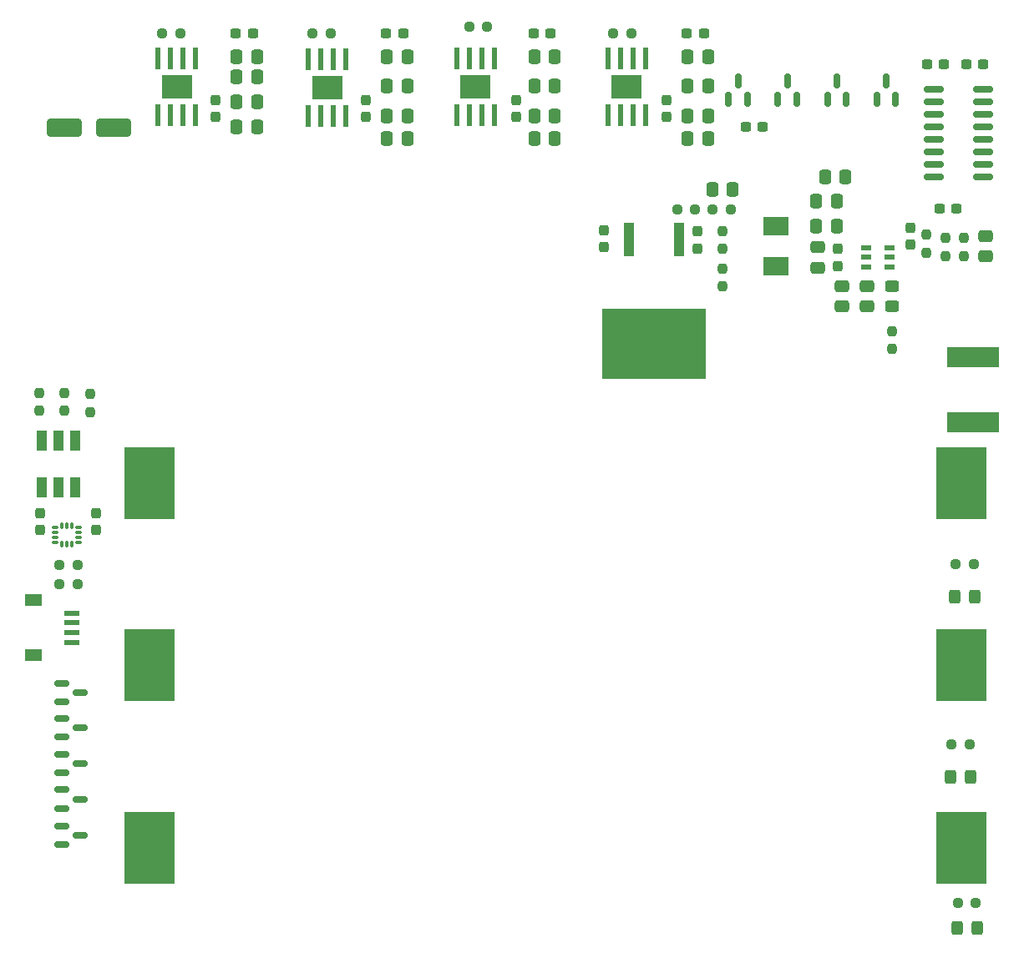
<source format=gbr>
%TF.GenerationSoftware,KiCad,Pcbnew,7.0.2-0*%
%TF.CreationDate,2024-06-06T04:37:27-07:00*%
%TF.ProjectId,version_1,76657273-696f-46e5-9f31-2e6b69636164,rev?*%
%TF.SameCoordinates,Original*%
%TF.FileFunction,Paste,Top*%
%TF.FilePolarity,Positive*%
%FSLAX46Y46*%
G04 Gerber Fmt 4.6, Leading zero omitted, Abs format (unit mm)*
G04 Created by KiCad (PCBNEW 7.0.2-0) date 2024-06-06 04:37:27*
%MOMM*%
%LPD*%
G01*
G04 APERTURE LIST*
G04 Aperture macros list*
%AMRoundRect*
0 Rectangle with rounded corners*
0 $1 Rounding radius*
0 $2 $3 $4 $5 $6 $7 $8 $9 X,Y pos of 4 corners*
0 Add a 4 corners polygon primitive as box body*
4,1,4,$2,$3,$4,$5,$6,$7,$8,$9,$2,$3,0*
0 Add four circle primitives for the rounded corners*
1,1,$1+$1,$2,$3*
1,1,$1+$1,$4,$5*
1,1,$1+$1,$6,$7*
1,1,$1+$1,$8,$9*
0 Add four rect primitives between the rounded corners*
20,1,$1+$1,$2,$3,$4,$5,0*
20,1,$1+$1,$4,$5,$6,$7,0*
20,1,$1+$1,$6,$7,$8,$9,0*
20,1,$1+$1,$8,$9,$2,$3,0*%
G04 Aperture macros list end*
%ADD10RoundRect,0.237500X-0.250000X-0.237500X0.250000X-0.237500X0.250000X0.237500X-0.250000X0.237500X0*%
%ADD11RoundRect,0.250000X-0.337500X-0.475000X0.337500X-0.475000X0.337500X0.475000X-0.337500X0.475000X0*%
%ADD12RoundRect,0.237500X0.237500X-0.250000X0.237500X0.250000X-0.237500X0.250000X-0.237500X-0.250000X0*%
%ADD13RoundRect,0.237500X0.300000X0.237500X-0.300000X0.237500X-0.300000X-0.237500X0.300000X-0.237500X0*%
%ADD14RoundRect,0.237500X0.250000X0.237500X-0.250000X0.237500X-0.250000X-0.237500X0.250000X-0.237500X0*%
%ADD15RoundRect,0.150000X-0.850000X-0.150000X0.850000X-0.150000X0.850000X0.150000X-0.850000X0.150000X0*%
%ADD16RoundRect,0.250000X-0.475000X0.337500X-0.475000X-0.337500X0.475000X-0.337500X0.475000X0.337500X0*%
%ADD17RoundRect,0.237500X-0.237500X0.300000X-0.237500X-0.300000X0.237500X-0.300000X0.237500X0.300000X0*%
%ADD18R,3.100000X2.400000*%
%ADD19R,0.500000X2.200000*%
%ADD20R,1.550013X0.600000*%
%ADD21R,1.800000X1.200000*%
%ADD22R,2.500000X1.900000*%
%ADD23RoundRect,0.237500X-0.237500X0.250000X-0.237500X-0.250000X0.237500X-0.250000X0.237500X0.250000X0*%
%ADD24RoundRect,0.237500X-0.300000X-0.237500X0.300000X-0.237500X0.300000X0.237500X-0.300000X0.237500X0*%
%ADD25RoundRect,0.237500X0.237500X-0.300000X0.237500X0.300000X-0.237500X0.300000X-0.237500X-0.300000X0*%
%ADD26RoundRect,0.150000X-0.587500X-0.150000X0.587500X-0.150000X0.587500X0.150000X-0.587500X0.150000X0*%
%ADD27R,1.072009X0.532004*%
%ADD28RoundRect,0.250000X0.325000X0.450000X-0.325000X0.450000X-0.325000X-0.450000X0.325000X-0.450000X0*%
%ADD29RoundRect,0.150000X0.150000X-0.587500X0.150000X0.587500X-0.150000X0.587500X-0.150000X-0.587500X0*%
%ADD30RoundRect,0.250000X-1.500000X-0.650000X1.500000X-0.650000X1.500000X0.650000X-1.500000X0.650000X0*%
%ADD31R,5.200000X7.400000*%
%ADD32RoundRect,0.087500X0.225000X0.087500X-0.225000X0.087500X-0.225000X-0.087500X0.225000X-0.087500X0*%
%ADD33RoundRect,0.087500X0.087500X0.225000X-0.087500X0.225000X-0.087500X-0.225000X0.087500X-0.225000X0*%
%ADD34R,5.300000X2.000000*%
%ADD35RoundRect,0.250000X0.475000X-0.337500X0.475000X0.337500X-0.475000X0.337500X-0.475000X-0.337500X0*%
%ADD36RoundRect,0.250000X0.450000X-0.325000X0.450000X0.325000X-0.450000X0.325000X-0.450000X-0.325000X0*%
%ADD37R,1.134011X3.358547*%
%ADD38R,10.566421X7.180544*%
%ADD39R,1.100000X2.000000*%
G04 APERTURE END LIST*
D10*
%TO.C,R9*%
X49887500Y-27305000D03*
X51712500Y-27305000D03*
%TD*%
D11*
%TO.C,C37*%
X72354000Y-37973000D03*
X74429000Y-37973000D03*
%TD*%
D12*
%TO.C,R5*%
X91440000Y-52982500D03*
X91440000Y-51157500D03*
%TD*%
D13*
%TO.C,C60*%
X95477500Y-36830000D03*
X93752500Y-36830000D03*
%TD*%
D14*
%TO.C,R27*%
X116889974Y-81195026D03*
X115064974Y-81195026D03*
%TD*%
D15*
%TO.C,U10*%
X112865000Y-32967973D03*
X112865000Y-34237973D03*
X112865000Y-35507973D03*
X112865000Y-36777973D03*
X112865000Y-38047973D03*
X112865000Y-39317973D03*
X112865000Y-40587973D03*
X112865000Y-41857973D03*
X117865000Y-41857973D03*
X117865000Y-40587973D03*
X117865000Y-39317973D03*
X117865000Y-38047973D03*
X117865000Y-36777973D03*
X117865000Y-35507973D03*
X117865000Y-34237973D03*
X117865000Y-32967973D03*
%TD*%
D16*
%TO.C,C30*%
X103505000Y-52937500D03*
X103505000Y-55012500D03*
%TD*%
D17*
%TO.C,C26*%
X70485000Y-34062500D03*
X70485000Y-35787500D03*
%TD*%
D14*
%TO.C,R25*%
X92227500Y-45155000D03*
X90402500Y-45155000D03*
%TD*%
D17*
%TO.C,C6*%
X88900000Y-47397500D03*
X88900000Y-49122500D03*
%TD*%
%TO.C,C7*%
X110473500Y-47042500D03*
X110473500Y-48767500D03*
%TD*%
D11*
%TO.C,C42*%
X72354000Y-35687000D03*
X74429000Y-35687000D03*
%TD*%
D10*
%TO.C,R29*%
X24217500Y-81229763D03*
X26042500Y-81229763D03*
%TD*%
D18*
%TO.C,U17*%
X36101000Y-32728973D03*
D19*
X34196000Y-35603973D03*
X35466000Y-35603973D03*
X36736000Y-35603973D03*
X38006000Y-35603973D03*
X38006000Y-29853973D03*
X36736000Y-29853973D03*
X35466000Y-29853973D03*
X34196000Y-29853973D03*
%TD*%
D14*
%TO.C,R17*%
X116482500Y-99433026D03*
X114657500Y-99433026D03*
%TD*%
D17*
%TO.C,C5*%
X79375000Y-47302500D03*
X79375000Y-49027500D03*
%TD*%
D20*
%TO.C,U18*%
X25433024Y-86130127D03*
X25433024Y-87130127D03*
X25432516Y-88130381D03*
X25432516Y-89130381D03*
D21*
X21556976Y-90430102D03*
X21557484Y-84829898D03*
%TD*%
D22*
%TO.C,U5*%
X96882500Y-50968538D03*
X96882500Y-46868462D03*
%TD*%
D17*
%TO.C,C50*%
X27940000Y-75972500D03*
X27940000Y-77697500D03*
%TD*%
D10*
%TO.C,R8*%
X65762500Y-26670000D03*
X67587500Y-26670000D03*
%TD*%
D23*
%TO.C,R6*%
X91440000Y-47347500D03*
X91440000Y-49172500D03*
%TD*%
D18*
%TO.C,U16*%
X51349000Y-32852973D03*
D19*
X49444000Y-35727973D03*
X50714000Y-35727973D03*
X51984000Y-35727973D03*
X53254000Y-35727973D03*
X53254000Y-29977973D03*
X51984000Y-29977973D03*
X50714000Y-29977973D03*
X49444000Y-29977973D03*
%TD*%
D11*
%TO.C,C11*%
X87889000Y-29667000D03*
X89964000Y-29667000D03*
%TD*%
D13*
%TO.C,C29*%
X113892500Y-30480000D03*
X112167500Y-30480000D03*
%TD*%
D17*
%TO.C,C28*%
X40005000Y-34062500D03*
X40005000Y-35787500D03*
%TD*%
D11*
%TO.C,C36*%
X87889000Y-37973000D03*
X89964000Y-37973000D03*
%TD*%
D18*
%TO.C,U13*%
X81709000Y-32728973D03*
D19*
X79804000Y-35603973D03*
X81074000Y-35603973D03*
X82344000Y-35603973D03*
X83614000Y-35603973D03*
X83614000Y-29853973D03*
X82344000Y-29853973D03*
X81074000Y-29853973D03*
X79804000Y-29853973D03*
%TD*%
D24*
%TO.C,C4*%
X42090000Y-27305000D03*
X43815000Y-27305000D03*
%TD*%
D12*
%TO.C,R23*%
X27305000Y-65747500D03*
X27305000Y-63922500D03*
%TD*%
D25*
%TO.C,C14*%
X103087500Y-50900000D03*
X103087500Y-49175000D03*
%TD*%
D26*
%TO.C,Q25*%
X24462500Y-96825000D03*
X24462500Y-98725000D03*
X26337500Y-97775000D03*
%TD*%
D27*
%TO.C,U4*%
X106022402Y-49087538D03*
X106022402Y-50037500D03*
X106022402Y-50987462D03*
X108320598Y-50987462D03*
X108320598Y-50037500D03*
X108320598Y-49087538D03*
%TD*%
D24*
%TO.C,C3*%
X57330000Y-27305000D03*
X59055000Y-27305000D03*
%TD*%
D28*
%TO.C,D1*%
X117230000Y-118110000D03*
X115180000Y-118110000D03*
%TD*%
D10*
%TO.C,R7*%
X80367500Y-27305000D03*
X82192500Y-27305000D03*
%TD*%
D16*
%TO.C,C59*%
X118110000Y-47857500D03*
X118110000Y-49932500D03*
%TD*%
D29*
%TO.C,Q17*%
X92050000Y-33980473D03*
X93950000Y-33980473D03*
X93000000Y-32105473D03*
%TD*%
D11*
%TO.C,C39*%
X42169000Y-36830000D03*
X44244000Y-36830000D03*
%TD*%
D17*
%TO.C,C25*%
X85725000Y-34062500D03*
X85725000Y-35787500D03*
%TD*%
D28*
%TO.C,D7*%
X117002474Y-84497026D03*
X114952474Y-84497026D03*
%TD*%
%TO.C,D3*%
X116595000Y-102735026D03*
X114545000Y-102735026D03*
%TD*%
D24*
%TO.C,C2*%
X72275000Y-27305000D03*
X74000000Y-27305000D03*
%TD*%
D11*
%TO.C,C54*%
X42169000Y-34290000D03*
X44244000Y-34290000D03*
%TD*%
D18*
%TO.C,U15*%
X66389000Y-32744973D03*
D19*
X64484000Y-35619973D03*
X65754000Y-35619973D03*
X67024000Y-35619973D03*
X68294000Y-35619973D03*
X68294000Y-29869973D03*
X67024000Y-29869973D03*
X65754000Y-29869973D03*
X64484000Y-29869973D03*
%TD*%
D16*
%TO.C,C13*%
X106045000Y-52937500D03*
X106045000Y-55012500D03*
%TD*%
D11*
%TO.C,C47*%
X57409000Y-35687000D03*
X59484000Y-35687000D03*
%TD*%
D14*
%TO.C,R20*%
X117117500Y-115570000D03*
X115292500Y-115570000D03*
%TD*%
D10*
%TO.C,R10*%
X34647500Y-27305000D03*
X36472500Y-27305000D03*
%TD*%
D11*
%TO.C,C38*%
X57409000Y-37973000D03*
X59484000Y-37973000D03*
%TD*%
%TO.C,C45*%
X57409000Y-29667000D03*
X59484000Y-29667000D03*
%TD*%
%TO.C,C46*%
X57409000Y-32676999D03*
X59484000Y-32676999D03*
%TD*%
D12*
%TO.C,R4*%
X112122500Y-49576500D03*
X112122500Y-47751500D03*
%TD*%
D10*
%TO.C,R26*%
X86827500Y-45155000D03*
X88652500Y-45155000D03*
%TD*%
%TO.C,R30*%
X24217500Y-83229763D03*
X26042500Y-83229763D03*
%TD*%
D12*
%TO.C,R21*%
X22145000Y-65610000D03*
X22145000Y-63785000D03*
%TD*%
D11*
%TO.C,C58*%
X100925000Y-46863500D03*
X103000000Y-46863500D03*
%TD*%
D24*
%TO.C,C1*%
X87810000Y-27305000D03*
X89535000Y-27305000D03*
%TD*%
D26*
%TO.C,Q24*%
X24462500Y-93275000D03*
X24462500Y-95175000D03*
X26337500Y-94225000D03*
%TD*%
D11*
%TO.C,C15*%
X90402500Y-43180000D03*
X92477500Y-43180000D03*
%TD*%
D30*
%TO.C,D5*%
X24700000Y-36860000D03*
X29700000Y-36860000D03*
%TD*%
D31*
%TO.C,U6*%
X33350000Y-72940000D03*
X115649974Y-72940000D03*
X33350000Y-91440127D03*
X115649974Y-91440127D03*
X33350000Y-109940000D03*
X115649974Y-109940000D03*
%TD*%
D32*
%TO.C,U12*%
X26117500Y-78942263D03*
X26117500Y-78442263D03*
X26117500Y-77942263D03*
X26117500Y-77442263D03*
D33*
X25455000Y-77279763D03*
X24955000Y-77279763D03*
X24455000Y-77279763D03*
D32*
X23792500Y-77442263D03*
X23792500Y-77942263D03*
X23792500Y-78442263D03*
X23792500Y-78942263D03*
D33*
X24455000Y-79104763D03*
X24955000Y-79104763D03*
X25455000Y-79104763D03*
%TD*%
D13*
%TO.C,C61*%
X115162500Y-45085000D03*
X113437500Y-45085000D03*
%TD*%
D11*
%TO.C,C8*%
X101832500Y-41910000D03*
X103907500Y-41910000D03*
%TD*%
D17*
%TO.C,C27*%
X55245000Y-34062500D03*
X55245000Y-35787500D03*
%TD*%
D26*
%TO.C,Q22*%
X24462500Y-100450000D03*
X24462500Y-102350000D03*
X26337500Y-101400000D03*
%TD*%
D11*
%TO.C,C52*%
X42169000Y-29667000D03*
X44244000Y-29667000D03*
%TD*%
D25*
%TO.C,C16*%
X22225000Y-77697500D03*
X22225000Y-75972500D03*
%TD*%
D34*
%TO.C,F2*%
X116840000Y-66800000D03*
X116840000Y-60200051D03*
%TD*%
D23*
%TO.C,R3*%
X115932500Y-48087500D03*
X115932500Y-49912500D03*
%TD*%
D35*
%TO.C,C31*%
X101087500Y-51075000D03*
X101087500Y-49000000D03*
%TD*%
D11*
%TO.C,C57*%
X100925000Y-44323500D03*
X103000000Y-44323500D03*
%TD*%
D29*
%TO.C,Q18*%
X97050000Y-33980473D03*
X98950000Y-33980473D03*
X98000000Y-32105473D03*
%TD*%
D26*
%TO.C,Q23*%
X24462500Y-107750000D03*
X24462500Y-109650000D03*
X26337500Y-108700000D03*
%TD*%
D11*
%TO.C,C53*%
X42169000Y-31750000D03*
X44244000Y-31750000D03*
%TD*%
D36*
%TO.C,D4*%
X108585000Y-55000000D03*
X108585000Y-52950000D03*
%TD*%
D11*
%TO.C,C32*%
X87889000Y-32676999D03*
X89964000Y-32676999D03*
%TD*%
D29*
%TO.C,Q20*%
X107050000Y-33980473D03*
X108950000Y-33980473D03*
X108000000Y-32105473D03*
%TD*%
D11*
%TO.C,C41*%
X72354000Y-32676999D03*
X74429000Y-32676999D03*
%TD*%
%TO.C,C40*%
X72354000Y-29667000D03*
X74429000Y-29667000D03*
%TD*%
D24*
%TO.C,C51*%
X116127000Y-30480000D03*
X117852000Y-30480000D03*
%TD*%
D26*
%TO.C,Q21*%
X24462500Y-104050000D03*
X24462500Y-105950000D03*
X26337500Y-105000000D03*
%TD*%
D29*
%TO.C,Q19*%
X102050000Y-33980473D03*
X103950000Y-33980473D03*
X103000000Y-32105473D03*
%TD*%
D12*
%TO.C,R1*%
X108585000Y-59332500D03*
X108585000Y-57507500D03*
%TD*%
D11*
%TO.C,C33*%
X87889000Y-35687000D03*
X89964000Y-35687000D03*
%TD*%
D12*
%TO.C,R2*%
X114027500Y-49912500D03*
X114027500Y-48087500D03*
%TD*%
D37*
%TO.C,U3*%
X86995005Y-48258731D03*
X81914995Y-48258731D03*
D38*
X84455000Y-58830487D03*
%TD*%
D39*
%TO.C,D6*%
X22430000Y-73415000D03*
X24130000Y-73415000D03*
X25830000Y-73415000D03*
X25830000Y-68615000D03*
X24130000Y-68615000D03*
X22430000Y-68615000D03*
%TD*%
D12*
%TO.C,R22*%
X24685000Y-65610000D03*
X24685000Y-63785000D03*
%TD*%
M02*

</source>
